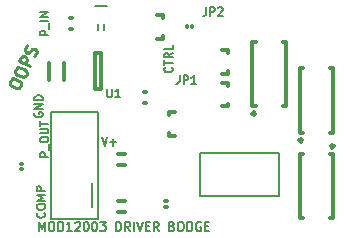
<source format=gto>
G04 #@! TF.FileFunction,Legend,Top*
%FSLAX46Y46*%
G04 Gerber Fmt 4.6, Leading zero omitted, Abs format (unit mm)*
G04 Created by KiCad (PCBNEW (2016-02-18 BZR 6566, Git c2fd462)-product) date Thu 25 Feb 2016 06:22:52 PM EST*
%MOMM*%
G01*
G04 APERTURE LIST*
%ADD10C,0.100000*%
%ADD11C,0.187500*%
%ADD12C,0.250000*%
%ADD13C,0.350000*%
%ADD14C,0.150000*%
%ADD15R,1.550000X2.400000*%
%ADD16R,0.850000X0.650000*%
%ADD17C,1.998980*%
%ADD18R,1.998980X1.998980*%
%ADD19R,1.800000X1.050000*%
%ADD20R,1.100000X2.100000*%
%ADD21R,3.500000X2.100000*%
%ADD22R,1.524000X1.524000*%
%ADD23R,2.500000X2.500000*%
%ADD24R,1.100000X0.600000*%
%ADD25R,0.800100X0.899160*%
%ADD26R,0.950000X1.450000*%
%ADD27R,0.950000X1.000000*%
%ADD28R,1.150000X1.450000*%
%ADD29R,0.900000X0.950000*%
%ADD30R,0.950000X0.900000*%
%ADD31R,0.600000X0.600000*%
%ADD32C,3.500000*%
G04 APERTURE END LIST*
D10*
D11*
X3503571Y-19561905D02*
X3503571Y-18761905D01*
X3753571Y-19333333D01*
X4003571Y-18761905D01*
X4003571Y-19561905D01*
X4503572Y-18761905D02*
X4646429Y-18761905D01*
X4717857Y-18800000D01*
X4789286Y-18876190D01*
X4825000Y-19028571D01*
X4825000Y-19295238D01*
X4789286Y-19447619D01*
X4717857Y-19523810D01*
X4646429Y-19561905D01*
X4503572Y-19561905D01*
X4432143Y-19523810D01*
X4360714Y-19447619D01*
X4325000Y-19295238D01*
X4325000Y-19028571D01*
X4360714Y-18876190D01*
X4432143Y-18800000D01*
X4503572Y-18761905D01*
X5146428Y-19561905D02*
X5146428Y-18761905D01*
X5325000Y-18761905D01*
X5432143Y-18800000D01*
X5503571Y-18876190D01*
X5539286Y-18952381D01*
X5575000Y-19104762D01*
X5575000Y-19219048D01*
X5539286Y-19371429D01*
X5503571Y-19447619D01*
X5432143Y-19523810D01*
X5325000Y-19561905D01*
X5146428Y-19561905D01*
X6289286Y-19561905D02*
X5860714Y-19561905D01*
X6075000Y-19561905D02*
X6075000Y-18761905D01*
X6003571Y-18876190D01*
X5932143Y-18952381D01*
X5860714Y-18990476D01*
X6575000Y-18838095D02*
X6610714Y-18800000D01*
X6682143Y-18761905D01*
X6860714Y-18761905D01*
X6932143Y-18800000D01*
X6967857Y-18838095D01*
X7003572Y-18914286D01*
X7003572Y-18990476D01*
X6967857Y-19104762D01*
X6539286Y-19561905D01*
X7003572Y-19561905D01*
X7467858Y-18761905D02*
X7539286Y-18761905D01*
X7610715Y-18800000D01*
X7646429Y-18838095D01*
X7682143Y-18914286D01*
X7717858Y-19066667D01*
X7717858Y-19257143D01*
X7682143Y-19409524D01*
X7646429Y-19485714D01*
X7610715Y-19523810D01*
X7539286Y-19561905D01*
X7467858Y-19561905D01*
X7396429Y-19523810D01*
X7360715Y-19485714D01*
X7325000Y-19409524D01*
X7289286Y-19257143D01*
X7289286Y-19066667D01*
X7325000Y-18914286D01*
X7360715Y-18838095D01*
X7396429Y-18800000D01*
X7467858Y-18761905D01*
X8182144Y-18761905D02*
X8253572Y-18761905D01*
X8325001Y-18800000D01*
X8360715Y-18838095D01*
X8396429Y-18914286D01*
X8432144Y-19066667D01*
X8432144Y-19257143D01*
X8396429Y-19409524D01*
X8360715Y-19485714D01*
X8325001Y-19523810D01*
X8253572Y-19561905D01*
X8182144Y-19561905D01*
X8110715Y-19523810D01*
X8075001Y-19485714D01*
X8039286Y-19409524D01*
X8003572Y-19257143D01*
X8003572Y-19066667D01*
X8039286Y-18914286D01*
X8075001Y-18838095D01*
X8110715Y-18800000D01*
X8182144Y-18761905D01*
X8682144Y-18761905D02*
X9146430Y-18761905D01*
X8896430Y-19066667D01*
X9003572Y-19066667D01*
X9075001Y-19104762D01*
X9110715Y-19142857D01*
X9146430Y-19219048D01*
X9146430Y-19409524D01*
X9110715Y-19485714D01*
X9075001Y-19523810D01*
X9003572Y-19561905D01*
X8789287Y-19561905D01*
X8717858Y-19523810D01*
X8682144Y-19485714D01*
X10039287Y-19561905D02*
X10039287Y-18761905D01*
X10217859Y-18761905D01*
X10325002Y-18800000D01*
X10396430Y-18876190D01*
X10432145Y-18952381D01*
X10467859Y-19104762D01*
X10467859Y-19219048D01*
X10432145Y-19371429D01*
X10396430Y-19447619D01*
X10325002Y-19523810D01*
X10217859Y-19561905D01*
X10039287Y-19561905D01*
X11217859Y-19561905D02*
X10967859Y-19180952D01*
X10789287Y-19561905D02*
X10789287Y-18761905D01*
X11075002Y-18761905D01*
X11146430Y-18800000D01*
X11182145Y-18838095D01*
X11217859Y-18914286D01*
X11217859Y-19028571D01*
X11182145Y-19104762D01*
X11146430Y-19142857D01*
X11075002Y-19180952D01*
X10789287Y-19180952D01*
X11539287Y-19561905D02*
X11539287Y-18761905D01*
X11789288Y-18761905D02*
X12039288Y-19561905D01*
X12289288Y-18761905D01*
X12539287Y-19142857D02*
X12789287Y-19142857D01*
X12896430Y-19561905D02*
X12539287Y-19561905D01*
X12539287Y-18761905D01*
X12896430Y-18761905D01*
X13646430Y-19561905D02*
X13396430Y-19180952D01*
X13217858Y-19561905D02*
X13217858Y-18761905D01*
X13503573Y-18761905D01*
X13575001Y-18800000D01*
X13610716Y-18838095D01*
X13646430Y-18914286D01*
X13646430Y-19028571D01*
X13610716Y-19104762D01*
X13575001Y-19142857D01*
X13503573Y-19180952D01*
X13217858Y-19180952D01*
X14789287Y-19142857D02*
X14896430Y-19180952D01*
X14932145Y-19219048D01*
X14967859Y-19295238D01*
X14967859Y-19409524D01*
X14932145Y-19485714D01*
X14896430Y-19523810D01*
X14825002Y-19561905D01*
X14539287Y-19561905D01*
X14539287Y-18761905D01*
X14789287Y-18761905D01*
X14860716Y-18800000D01*
X14896430Y-18838095D01*
X14932145Y-18914286D01*
X14932145Y-18990476D01*
X14896430Y-19066667D01*
X14860716Y-19104762D01*
X14789287Y-19142857D01*
X14539287Y-19142857D01*
X15432145Y-18761905D02*
X15575002Y-18761905D01*
X15646430Y-18800000D01*
X15717859Y-18876190D01*
X15753573Y-19028571D01*
X15753573Y-19295238D01*
X15717859Y-19447619D01*
X15646430Y-19523810D01*
X15575002Y-19561905D01*
X15432145Y-19561905D01*
X15360716Y-19523810D01*
X15289287Y-19447619D01*
X15253573Y-19295238D01*
X15253573Y-19028571D01*
X15289287Y-18876190D01*
X15360716Y-18800000D01*
X15432145Y-18761905D01*
X16075001Y-19561905D02*
X16075001Y-18761905D01*
X16253573Y-18761905D01*
X16360716Y-18800000D01*
X16432144Y-18876190D01*
X16467859Y-18952381D01*
X16503573Y-19104762D01*
X16503573Y-19219048D01*
X16467859Y-19371429D01*
X16432144Y-19447619D01*
X16360716Y-19523810D01*
X16253573Y-19561905D01*
X16075001Y-19561905D01*
X17217859Y-18800000D02*
X17146430Y-18761905D01*
X17039287Y-18761905D01*
X16932144Y-18800000D01*
X16860716Y-18876190D01*
X16825001Y-18952381D01*
X16789287Y-19104762D01*
X16789287Y-19219048D01*
X16825001Y-19371429D01*
X16860716Y-19447619D01*
X16932144Y-19523810D01*
X17039287Y-19561905D01*
X17110716Y-19561905D01*
X17217859Y-19523810D01*
X17253573Y-19485714D01*
X17253573Y-19219048D01*
X17110716Y-19219048D01*
X17575001Y-19142857D02*
X17825001Y-19142857D01*
X17932144Y-19561905D02*
X17575001Y-19561905D01*
X17575001Y-18761905D01*
X17932144Y-18761905D01*
D12*
X1029512Y-6914343D02*
X1110011Y-6741712D01*
X1193418Y-6675522D01*
X1319982Y-6629456D01*
X1512737Y-6666797D01*
X1814840Y-6807670D01*
X1967345Y-6931326D01*
X2013411Y-7057891D01*
X2016319Y-7164330D01*
X1935820Y-7336961D01*
X1852413Y-7403151D01*
X1725849Y-7449217D01*
X1533094Y-7411876D01*
X1230991Y-7271003D01*
X1078486Y-7147347D01*
X1032420Y-7020782D01*
X1029512Y-6914343D01*
X1472255Y-5964878D02*
X1552754Y-5792247D01*
X1636161Y-5726057D01*
X1762725Y-5679991D01*
X1955479Y-5717332D01*
X2257583Y-5858205D01*
X2410088Y-5981861D01*
X2456154Y-6108425D01*
X2459062Y-6214865D01*
X2378563Y-6387496D01*
X2295156Y-6453686D01*
X2168592Y-6499752D01*
X1975837Y-6462411D01*
X1673734Y-6321538D01*
X1521229Y-6197881D01*
X1475163Y-6071317D01*
X1472255Y-5964878D01*
X2740807Y-5610660D02*
X1834499Y-5188042D01*
X1995497Y-4842782D01*
X2078904Y-4776591D01*
X2142186Y-4753558D01*
X2248625Y-4750650D01*
X2378098Y-4811024D01*
X2444288Y-4894431D01*
X2467321Y-4957713D01*
X2470229Y-5064153D01*
X2309231Y-5409413D01*
X3100143Y-4727385D02*
X3203674Y-4618038D01*
X3304298Y-4402249D01*
X3301390Y-4295810D01*
X3278357Y-4232528D01*
X3212167Y-4149121D01*
X3125852Y-4108872D01*
X3019412Y-4111780D01*
X2956130Y-4134813D01*
X2872723Y-4201002D01*
X2749066Y-4353509D01*
X2665659Y-4419699D01*
X2602377Y-4442732D01*
X2495938Y-4445640D01*
X2409623Y-4405391D01*
X2343432Y-4321984D01*
X2320400Y-4258702D01*
X2317491Y-4152262D01*
X2418115Y-3936474D01*
X2521647Y-3827126D01*
D13*
X28156000Y-13023000D02*
X28427000Y-13023000D01*
X28427000Y-18477000D02*
X28156000Y-18477000D01*
X25844000Y-13023000D02*
X25573000Y-13023000D01*
X25573000Y-13023000D02*
X25573000Y-18477000D01*
X25573000Y-18477000D02*
X25844000Y-18477000D01*
X28321100Y-12261000D02*
X28448100Y-12388000D01*
X28448100Y-12388000D02*
X28321100Y-12515000D01*
X28321100Y-12515000D02*
X28194100Y-12388000D01*
X28194100Y-12388000D02*
X28321100Y-12261000D01*
X28427000Y-13023000D02*
X28427000Y-18477000D01*
X19500000Y-8750000D02*
X19500000Y-9000000D01*
X19500000Y-9000000D02*
X19000000Y-9000000D01*
X19000000Y-7000000D02*
X19500000Y-7000000D01*
X19500000Y-7000000D02*
X19500000Y-7250000D01*
D14*
X4500000Y-9500000D02*
X4500000Y-18500000D01*
X8500000Y-9500000D02*
X4500000Y-9500000D01*
X8500000Y-18500000D02*
X8500000Y-9500000D01*
X4500000Y-18500000D02*
X8500000Y-18500000D01*
X8000000Y-17500000D02*
X8000000Y-15500000D01*
D13*
X5646000Y-6721000D02*
X5646000Y-5279000D01*
X5646000Y-5279000D02*
X5646000Y-6721000D01*
X4354000Y-6721000D02*
X4354000Y-5279000D01*
X4354000Y-5279000D02*
X4354000Y-6721000D01*
D14*
X23850000Y-12900000D02*
X23850000Y-16600000D01*
X23850000Y-16600000D02*
X17150000Y-16600000D01*
X17150000Y-16600000D02*
X17150000Y-12900000D01*
X17150000Y-12900000D02*
X23850000Y-12900000D01*
D13*
X8750000Y-7500000D02*
X8250000Y-7500000D01*
X8250000Y-7500000D02*
X8250000Y-4500000D01*
X8250000Y-4500000D02*
X8750000Y-4500000D01*
X8750000Y-4500000D02*
X8750000Y-7500000D01*
D14*
X8500000Y-2500000D02*
X8500000Y-2000000D01*
X9000000Y-2000000D02*
X9000000Y-2500000D01*
X9250000Y-500000D02*
X8250000Y-500000D01*
D13*
X10229000Y-13971000D02*
X10771000Y-13971000D01*
X10771000Y-13971000D02*
X10229000Y-13971000D01*
X10229000Y-13029000D02*
X10771000Y-13029000D01*
X10771000Y-13029000D02*
X10229000Y-13029000D01*
X10229000Y-17971000D02*
X10771000Y-17971000D01*
X10771000Y-17971000D02*
X10229000Y-17971000D01*
X10229000Y-17029000D02*
X10771000Y-17029000D01*
X10771000Y-17029000D02*
X10229000Y-17029000D01*
X14179000Y-17496000D02*
X14321000Y-17496000D01*
X14321000Y-17496000D02*
X14179000Y-17496000D01*
X14179000Y-17004000D02*
X14321000Y-17004000D01*
X14321000Y-17004000D02*
X14179000Y-17004000D01*
X25844000Y-11227000D02*
X25573000Y-11227000D01*
X25573000Y-11227000D02*
X25573000Y-5773000D01*
X25573000Y-5773000D02*
X25844000Y-5773000D01*
X28156000Y-11227000D02*
X28427000Y-11227000D01*
X28427000Y-11227000D02*
X28427000Y-5773000D01*
X28427000Y-5773000D02*
X28156000Y-5773000D01*
X25678900Y-11989000D02*
X25551900Y-11862000D01*
X25551900Y-11862000D02*
X25678900Y-11735000D01*
X25678900Y-11735000D02*
X25805900Y-11862000D01*
X25805900Y-11862000D02*
X25678900Y-11989000D01*
X21844000Y-8977000D02*
X21573000Y-8977000D01*
X21573000Y-8977000D02*
X21573000Y-3523000D01*
X21573000Y-3523000D02*
X21844000Y-3523000D01*
X24156000Y-8977000D02*
X24427000Y-8977000D01*
X24427000Y-8977000D02*
X24427000Y-3523000D01*
X24427000Y-3523000D02*
X24156000Y-3523000D01*
X21678900Y-9739000D02*
X21551900Y-9612000D01*
X21551900Y-9612000D02*
X21678900Y-9485000D01*
X21678900Y-9485000D02*
X21805900Y-9612000D01*
X21805900Y-9612000D02*
X21678900Y-9739000D01*
X12429000Y-8721000D02*
X12571000Y-8721000D01*
X12571000Y-8721000D02*
X12429000Y-8721000D01*
X12429000Y-7779000D02*
X12571000Y-7779000D01*
X12571000Y-7779000D02*
X12429000Y-7779000D01*
X6179000Y-2471000D02*
X6321000Y-2471000D01*
X6321000Y-2471000D02*
X6179000Y-2471000D01*
X6179000Y-1529000D02*
X6321000Y-1529000D01*
X6321000Y-1529000D02*
X6179000Y-1529000D01*
X1954000Y-14321000D02*
X2046000Y-14321000D01*
X2046000Y-14321000D02*
X1954000Y-14321000D01*
X1954000Y-13879000D02*
X2046000Y-13879000D01*
X2046000Y-13879000D02*
X1954000Y-13879000D01*
X16471000Y-2296000D02*
X16471000Y-2204000D01*
X16471000Y-2204000D02*
X16471000Y-2296000D01*
X16029000Y-2296000D02*
X16029000Y-2204000D01*
X16029000Y-2204000D02*
X16029000Y-2296000D01*
X14500000Y-9750000D02*
X14500000Y-9500000D01*
X14500000Y-9500000D02*
X15000000Y-9500000D01*
X15000000Y-11500000D02*
X14500000Y-11500000D01*
X14500000Y-11500000D02*
X14500000Y-11250000D01*
X14000000Y-3000000D02*
X14000000Y-3250000D01*
X14000000Y-3250000D02*
X13500000Y-3250000D01*
X13500000Y-1250000D02*
X14000000Y-1250000D01*
X14000000Y-1250000D02*
X14000000Y-1500000D01*
X19500000Y-6000000D02*
X19500000Y-6250000D01*
X19500000Y-6250000D02*
X19000000Y-6250000D01*
X19000000Y-4250000D02*
X19500000Y-4250000D01*
X19500000Y-4250000D02*
X19500000Y-4500000D01*
D14*
X6883333Y-14066667D02*
X6850000Y-14133333D01*
X6783333Y-14200000D01*
X6683333Y-14300000D01*
X6650000Y-14366667D01*
X6650000Y-14433333D01*
X6816667Y-14400000D02*
X6783333Y-14466667D01*
X6716667Y-14533333D01*
X6583333Y-14566667D01*
X6350000Y-14566667D01*
X6216667Y-14533333D01*
X6150000Y-14466667D01*
X6116667Y-14400000D01*
X6116667Y-14266667D01*
X6150000Y-14200000D01*
X6216667Y-14133333D01*
X6350000Y-14100000D01*
X6583333Y-14100000D01*
X6716667Y-14133333D01*
X6783333Y-14200000D01*
X6816667Y-14266667D01*
X6816667Y-14400000D01*
X6350000Y-13500000D02*
X6816667Y-13500000D01*
X6083333Y-13666667D02*
X6583333Y-13833334D01*
X6583333Y-13400000D01*
X3950000Y-17999999D02*
X3983333Y-18033333D01*
X4016667Y-18133333D01*
X4016667Y-18199999D01*
X3983333Y-18299999D01*
X3916667Y-18366666D01*
X3850000Y-18399999D01*
X3716667Y-18433333D01*
X3616667Y-18433333D01*
X3483333Y-18399999D01*
X3416667Y-18366666D01*
X3350000Y-18299999D01*
X3316667Y-18199999D01*
X3316667Y-18133333D01*
X3350000Y-18033333D01*
X3383333Y-17999999D01*
X3316667Y-17566666D02*
X3316667Y-17433333D01*
X3350000Y-17366666D01*
X3416667Y-17299999D01*
X3550000Y-17266666D01*
X3783333Y-17266666D01*
X3916667Y-17299999D01*
X3983333Y-17366666D01*
X4016667Y-17433333D01*
X4016667Y-17566666D01*
X3983333Y-17633333D01*
X3916667Y-17699999D01*
X3783333Y-17733333D01*
X3550000Y-17733333D01*
X3416667Y-17699999D01*
X3350000Y-17633333D01*
X3316667Y-17566666D01*
X4016667Y-16966666D02*
X3316667Y-16966666D01*
X3816667Y-16733333D01*
X3316667Y-16500000D01*
X4016667Y-16500000D01*
X4016667Y-16166666D02*
X3316667Y-16166666D01*
X3316667Y-15900000D01*
X3350000Y-15833333D01*
X3383333Y-15800000D01*
X3450000Y-15766666D01*
X3550000Y-15766666D01*
X3616667Y-15800000D01*
X3650000Y-15833333D01*
X3683333Y-15900000D01*
X3683333Y-16166666D01*
X14750000Y-5683333D02*
X14783333Y-5716667D01*
X14816667Y-5816667D01*
X14816667Y-5883333D01*
X14783333Y-5983333D01*
X14716667Y-6050000D01*
X14650000Y-6083333D01*
X14516667Y-6116667D01*
X14416667Y-6116667D01*
X14283333Y-6083333D01*
X14216667Y-6050000D01*
X14150000Y-5983333D01*
X14116667Y-5883333D01*
X14116667Y-5816667D01*
X14150000Y-5716667D01*
X14183333Y-5683333D01*
X14116667Y-5483333D02*
X14116667Y-5083333D01*
X14816667Y-5283333D02*
X14116667Y-5283333D01*
X14816667Y-4450000D02*
X14483333Y-4683334D01*
X14816667Y-4850000D02*
X14116667Y-4850000D01*
X14116667Y-4583334D01*
X14150000Y-4516667D01*
X14183333Y-4483334D01*
X14250000Y-4450000D01*
X14350000Y-4450000D01*
X14416667Y-4483334D01*
X14450000Y-4516667D01*
X14483333Y-4583334D01*
X14483333Y-4850000D01*
X14816667Y-3816667D02*
X14816667Y-4150000D01*
X14116667Y-4150000D01*
X3150000Y-9533333D02*
X3116667Y-9599999D01*
X3116667Y-9699999D01*
X3150000Y-9799999D01*
X3216667Y-9866666D01*
X3283333Y-9899999D01*
X3416667Y-9933333D01*
X3516667Y-9933333D01*
X3650000Y-9899999D01*
X3716667Y-9866666D01*
X3783333Y-9799999D01*
X3816667Y-9699999D01*
X3816667Y-9633333D01*
X3783333Y-9533333D01*
X3750000Y-9499999D01*
X3516667Y-9499999D01*
X3516667Y-9633333D01*
X3816667Y-9199999D02*
X3116667Y-9199999D01*
X3816667Y-8799999D01*
X3116667Y-8799999D01*
X3816667Y-8466666D02*
X3116667Y-8466666D01*
X3116667Y-8300000D01*
X3150000Y-8200000D01*
X3216667Y-8133333D01*
X3283333Y-8100000D01*
X3416667Y-8066666D01*
X3516667Y-8066666D01*
X3650000Y-8100000D01*
X3716667Y-8133333D01*
X3783333Y-8200000D01*
X3816667Y-8300000D01*
X3816667Y-8466666D01*
X8833334Y-11616667D02*
X9066667Y-12316667D01*
X9300000Y-11616667D01*
X9533334Y-12050000D02*
X10066667Y-12050000D01*
X9800000Y-12316667D02*
X9800000Y-11783333D01*
X4316667Y-13249999D02*
X3616667Y-13249999D01*
X3616667Y-12983333D01*
X3650000Y-12916666D01*
X3683333Y-12883333D01*
X3750000Y-12849999D01*
X3850000Y-12849999D01*
X3916667Y-12883333D01*
X3950000Y-12916666D01*
X3983333Y-12983333D01*
X3983333Y-13249999D01*
X4383333Y-12716666D02*
X4383333Y-12183333D01*
X3616667Y-11883333D02*
X3616667Y-11750000D01*
X3650000Y-11683333D01*
X3716667Y-11616666D01*
X3850000Y-11583333D01*
X4083333Y-11583333D01*
X4216667Y-11616666D01*
X4283333Y-11683333D01*
X4316667Y-11750000D01*
X4316667Y-11883333D01*
X4283333Y-11950000D01*
X4216667Y-12016666D01*
X4083333Y-12050000D01*
X3850000Y-12050000D01*
X3716667Y-12016666D01*
X3650000Y-11950000D01*
X3616667Y-11883333D01*
X3616667Y-11283333D02*
X4183333Y-11283333D01*
X4250000Y-11250000D01*
X4283333Y-11216667D01*
X4316667Y-11150000D01*
X4316667Y-11016667D01*
X4283333Y-10950000D01*
X4250000Y-10916667D01*
X4183333Y-10883333D01*
X3616667Y-10883333D01*
X3616667Y-10650000D02*
X3616667Y-10250000D01*
X4316667Y-10450000D02*
X3616667Y-10450000D01*
X4316667Y-2983332D02*
X3616667Y-2983332D01*
X3616667Y-2716666D01*
X3650000Y-2649999D01*
X3683333Y-2616666D01*
X3750000Y-2583332D01*
X3850000Y-2583332D01*
X3916667Y-2616666D01*
X3950000Y-2649999D01*
X3983333Y-2716666D01*
X3983333Y-2983332D01*
X4383333Y-2449999D02*
X4383333Y-1916666D01*
X4316667Y-1749999D02*
X3616667Y-1749999D01*
X4316667Y-1416666D02*
X3616667Y-1416666D01*
X4316667Y-1016666D01*
X3616667Y-1016666D01*
X9266667Y-7516667D02*
X9266667Y-8083333D01*
X9300000Y-8150000D01*
X9333333Y-8183333D01*
X9400000Y-8216667D01*
X9533333Y-8216667D01*
X9600000Y-8183333D01*
X9633333Y-8150000D01*
X9666667Y-8083333D01*
X9666667Y-7516667D01*
X10366666Y-8216667D02*
X9966666Y-8216667D01*
X10166666Y-8216667D02*
X10166666Y-7516667D01*
X10100000Y-7616667D01*
X10033333Y-7683333D01*
X9966666Y-7716667D01*
X17666667Y-616667D02*
X17666667Y-1116667D01*
X17633333Y-1216667D01*
X17566667Y-1283333D01*
X17466667Y-1316667D01*
X17400000Y-1316667D01*
X18000000Y-1316667D02*
X18000000Y-616667D01*
X18266666Y-616667D01*
X18333333Y-650000D01*
X18366666Y-683333D01*
X18400000Y-750000D01*
X18400000Y-850000D01*
X18366666Y-916667D01*
X18333333Y-950000D01*
X18266666Y-983333D01*
X18000000Y-983333D01*
X18666666Y-683333D02*
X18700000Y-650000D01*
X18766666Y-616667D01*
X18933333Y-616667D01*
X19000000Y-650000D01*
X19033333Y-683333D01*
X19066666Y-750000D01*
X19066666Y-816667D01*
X19033333Y-916667D01*
X18633333Y-1316667D01*
X19066666Y-1316667D01*
X15416667Y-6366667D02*
X15416667Y-6866667D01*
X15383333Y-6966667D01*
X15316667Y-7033333D01*
X15216667Y-7066667D01*
X15150000Y-7066667D01*
X15750000Y-7066667D02*
X15750000Y-6366667D01*
X16016666Y-6366667D01*
X16083333Y-6400000D01*
X16116666Y-6433333D01*
X16150000Y-6500000D01*
X16150000Y-6600000D01*
X16116666Y-6666667D01*
X16083333Y-6700000D01*
X16016666Y-6733333D01*
X15750000Y-6733333D01*
X16816666Y-7066667D02*
X16416666Y-7066667D01*
X16616666Y-7066667D02*
X16616666Y-6366667D01*
X16550000Y-6466667D01*
X16483333Y-6533333D01*
X16416666Y-6566667D01*
%LPC*%
X18377000Y-1611000D02*
X18123000Y-1611000D01*
X18377000Y-3389000D02*
X18123000Y-3389000D01*
X18250000Y-1611000D02*
X18250000Y-3389000D01*
X17361000Y-2182500D02*
X17361000Y-2881000D01*
X17615000Y-3198500D02*
X17615000Y-1801500D01*
X17742000Y-1738000D02*
X17742000Y-3262000D01*
X17869000Y-3325500D02*
X17869000Y-1674500D01*
X17996000Y-1674500D02*
X17996000Y-3325500D01*
X18123000Y-3389000D02*
X18123000Y-1611000D01*
X18123000Y-1611000D02*
G75*
G03X17234000Y-2500000I0J-889000D01*
G01*
X17234000Y-2500000D02*
G75*
G03X18123000Y-3389000I889000J0D01*
G01*
X19139000Y-2881000D02*
X19139000Y-2119000D01*
X18885000Y-1801500D02*
X18885000Y-3198500D01*
X18758000Y-3262000D02*
X18758000Y-1738000D01*
X18631000Y-1674500D02*
X18631000Y-3325500D01*
X18504000Y-3325500D02*
X18504000Y-1674500D01*
X18377000Y-3389000D02*
X18377000Y-1611000D01*
X19266000Y-2500000D02*
G75*
G03X18377000Y-1611000I-889000J0D01*
G01*
X18377000Y-3389000D02*
G75*
G03X19266000Y-2500000I0J889000D01*
G01*
X16889000Y-5127000D02*
X16889000Y-4873000D01*
X15111000Y-5127000D02*
X15111000Y-4873000D01*
X16889000Y-5000000D02*
X15111000Y-5000000D01*
X16317500Y-4111000D02*
X15619000Y-4111000D01*
X15301500Y-4365000D02*
X16698500Y-4365000D01*
X16762000Y-4492000D02*
X15238000Y-4492000D01*
X15174500Y-4619000D02*
X16825500Y-4619000D01*
X16825500Y-4746000D02*
X15174500Y-4746000D01*
X15111000Y-4873000D02*
X16889000Y-4873000D01*
X16889000Y-4873000D02*
G75*
G03X16000000Y-3984000I-889000J0D01*
G01*
X16000000Y-3984000D02*
G75*
G03X15111000Y-4873000I0J-889000D01*
G01*
X15619000Y-5889000D02*
X16381000Y-5889000D01*
X16698500Y-5635000D02*
X15301500Y-5635000D01*
X15238000Y-5508000D02*
X16762000Y-5508000D01*
X16825500Y-5381000D02*
X15174500Y-5381000D01*
X15174500Y-5254000D02*
X16825500Y-5254000D01*
X15111000Y-5127000D02*
X16889000Y-5127000D01*
X16000000Y-6016000D02*
G75*
G03X16889000Y-5127000I0J889000D01*
G01*
X15111000Y-5127000D02*
G75*
G03X16000000Y-6016000I889000J0D01*
G01*
D15*
X27000000Y-13650000D03*
X27000000Y-17850000D03*
D16*
X18050000Y-7350000D03*
X18050000Y-8650000D03*
X19950000Y-8000000D03*
D17*
X6500000Y-14000000D03*
D18*
X6500000Y-16540000D03*
D17*
X6500000Y-11460000D03*
D19*
X5000000Y-7500000D03*
X5000000Y-4500000D03*
D20*
X22800000Y-11650000D03*
X20500000Y-11650000D03*
X18200000Y-11650000D03*
D21*
X20500000Y-17850000D03*
D22*
X2000000Y-18000000D03*
X13000000Y-5000000D03*
X2000000Y-9000000D03*
X9500000Y-10500000D03*
D23*
X2000000Y-11750000D03*
X2000000Y-2000000D03*
D24*
X9600000Y-6950000D03*
X9600000Y-5050000D03*
X9600000Y-6000000D03*
X7400000Y-5050000D03*
X7400000Y-6950000D03*
D25*
X8750000Y-1350840D03*
X8750000Y-3149160D03*
D10*
G36*
X18350000Y-3150000D02*
X18350000Y-1850000D01*
X19150000Y-1950000D01*
X19150000Y-3050000D01*
X18350000Y-3150000D01*
X18350000Y-3150000D01*
G37*
G36*
X18150000Y-1850000D02*
X18150000Y-3150000D01*
X17350000Y-3050000D01*
X17350000Y-1950000D01*
X18150000Y-1850000D01*
X18150000Y-1850000D01*
G37*
G36*
X15350000Y-5100000D02*
X16650000Y-5100000D01*
X16550000Y-5900000D01*
X15450000Y-5900000D01*
X15350000Y-5100000D01*
X15350000Y-5100000D01*
G37*
G36*
X16650000Y-4900000D02*
X15350000Y-4900000D01*
X15450000Y-4100000D01*
X16550000Y-4100000D01*
X16650000Y-4900000D01*
X16650000Y-4900000D01*
G37*
D26*
X9500000Y-13500000D03*
X11500000Y-13500000D03*
X9500000Y-17500000D03*
X11500000Y-17500000D03*
D27*
X13450000Y-17250000D03*
X15050000Y-17250000D03*
D15*
X27000000Y-10600000D03*
X27000000Y-6400000D03*
X23000000Y-8350000D03*
X23000000Y-4150000D03*
D28*
X11600000Y-8250000D03*
X13400000Y-8250000D03*
X5350000Y-2000000D03*
X7150000Y-2000000D03*
D29*
X1250000Y-14100000D03*
X2750000Y-14100000D03*
D30*
X16250000Y-3000000D03*
X16250000Y-1500000D03*
D16*
X15950000Y-11150000D03*
X15950000Y-9850000D03*
X14050000Y-10500000D03*
X12550000Y-1600000D03*
X12550000Y-2900000D03*
X14450000Y-2250000D03*
D31*
X11200000Y-1550000D03*
X11200000Y-2450000D03*
X11250000Y-4300000D03*
X11250000Y-5200000D03*
X12500000Y-10300000D03*
X12500000Y-11200000D03*
X11300000Y-6500000D03*
X12200000Y-6500000D03*
X11250000Y-10300000D03*
X11250000Y-11200000D03*
D16*
X18050000Y-4600000D03*
X18050000Y-5900000D03*
X19950000Y-5250000D03*
D31*
X2450000Y-15400000D03*
X1550000Y-15400000D03*
D32*
X14600000Y-14000000D03*
X27400000Y-2600000D03*
D31*
X10100000Y-1550000D03*
X10100000Y-2450000D03*
X9550000Y-15500000D03*
X10450000Y-15500000D03*
X2450000Y-16500000D03*
X1550000Y-16500000D03*
M02*

</source>
